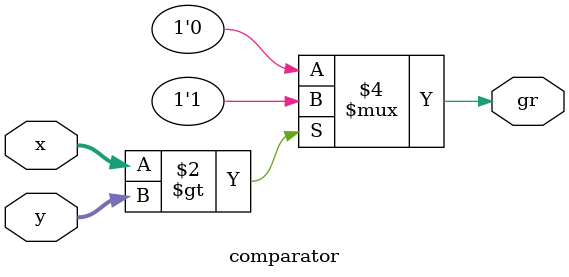
<source format=v>
module comparator (x, y, gr);

    input  [3:0] x, y;
    output reg gr;

    always @ (x or y)
    begin
        if (x > y)
            gr = 1;
        else
            gr = 0;
    end

endmodule

</source>
